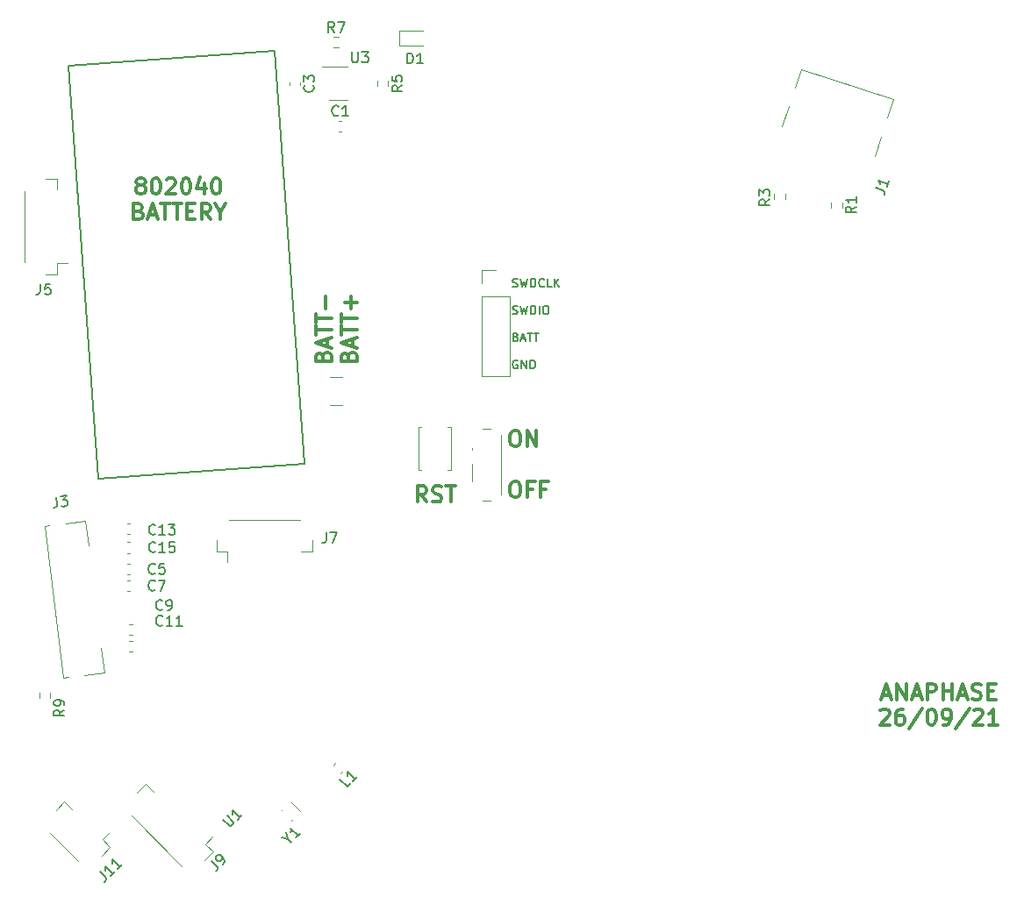
<source format=gto>
%TF.GenerationSoftware,KiCad,Pcbnew,(5.99.0-12380-gca33ec05df)*%
%TF.CreationDate,2021-09-27T09:59:53+10:00*%
%TF.ProjectId,anaphase,616e6170-6861-4736-952e-6b696361645f,rev?*%
%TF.SameCoordinates,Original*%
%TF.FileFunction,Legend,Top*%
%TF.FilePolarity,Positive*%
%FSLAX46Y46*%
G04 Gerber Fmt 4.6, Leading zero omitted, Abs format (unit mm)*
G04 Created by KiCad (PCBNEW (5.99.0-12380-gca33ec05df)) date 2021-09-27 09:59:53*
%MOMM*%
%LPD*%
G01*
G04 APERTURE LIST*
%ADD10C,0.304800*%
%ADD11C,0.200000*%
%ADD12C,0.152400*%
%ADD13C,0.150000*%
%ADD14C,0.120000*%
G04 APERTURE END LIST*
D10*
X183657142Y-111927180D02*
X184382857Y-111927180D01*
X183512000Y-112362608D02*
X184020000Y-110838608D01*
X184528000Y-112362608D01*
X185036000Y-112362608D02*
X185036000Y-110838608D01*
X185906857Y-112362608D01*
X185906857Y-110838608D01*
X186560000Y-111927180D02*
X187285714Y-111927180D01*
X186414857Y-112362608D02*
X186922857Y-110838608D01*
X187430857Y-112362608D01*
X187938857Y-112362608D02*
X187938857Y-110838608D01*
X188519428Y-110838608D01*
X188664571Y-110911180D01*
X188737142Y-110983751D01*
X188809714Y-111128894D01*
X188809714Y-111346608D01*
X188737142Y-111491751D01*
X188664571Y-111564322D01*
X188519428Y-111636894D01*
X187938857Y-111636894D01*
X189462857Y-112362608D02*
X189462857Y-110838608D01*
X189462857Y-111564322D02*
X190333714Y-111564322D01*
X190333714Y-112362608D02*
X190333714Y-110838608D01*
X190986857Y-111927180D02*
X191712571Y-111927180D01*
X190841714Y-112362608D02*
X191349714Y-110838608D01*
X191857714Y-112362608D01*
X192293142Y-112290037D02*
X192510857Y-112362608D01*
X192873714Y-112362608D01*
X193018857Y-112290037D01*
X193091428Y-112217465D01*
X193164000Y-112072322D01*
X193164000Y-111927180D01*
X193091428Y-111782037D01*
X193018857Y-111709465D01*
X192873714Y-111636894D01*
X192583428Y-111564322D01*
X192438285Y-111491751D01*
X192365714Y-111419180D01*
X192293142Y-111274037D01*
X192293142Y-111128894D01*
X192365714Y-110983751D01*
X192438285Y-110911180D01*
X192583428Y-110838608D01*
X192946285Y-110838608D01*
X193164000Y-110911180D01*
X193817142Y-111564322D02*
X194325142Y-111564322D01*
X194542857Y-112362608D02*
X193817142Y-112362608D01*
X193817142Y-110838608D01*
X194542857Y-110838608D01*
X183439428Y-113437391D02*
X183512000Y-113364820D01*
X183657142Y-113292248D01*
X184020000Y-113292248D01*
X184165142Y-113364820D01*
X184237714Y-113437391D01*
X184310285Y-113582534D01*
X184310285Y-113727677D01*
X184237714Y-113945391D01*
X183366857Y-114816248D01*
X184310285Y-114816248D01*
X185616571Y-113292248D02*
X185326285Y-113292248D01*
X185181142Y-113364820D01*
X185108571Y-113437391D01*
X184963428Y-113655105D01*
X184890857Y-113945391D01*
X184890857Y-114525962D01*
X184963428Y-114671105D01*
X185036000Y-114743677D01*
X185181142Y-114816248D01*
X185471428Y-114816248D01*
X185616571Y-114743677D01*
X185689142Y-114671105D01*
X185761714Y-114525962D01*
X185761714Y-114163105D01*
X185689142Y-114017962D01*
X185616571Y-113945391D01*
X185471428Y-113872820D01*
X185181142Y-113872820D01*
X185036000Y-113945391D01*
X184963428Y-114017962D01*
X184890857Y-114163105D01*
X187503428Y-113219677D02*
X186197142Y-115179105D01*
X188301714Y-113292248D02*
X188446857Y-113292248D01*
X188592000Y-113364820D01*
X188664571Y-113437391D01*
X188737142Y-113582534D01*
X188809714Y-113872820D01*
X188809714Y-114235677D01*
X188737142Y-114525962D01*
X188664571Y-114671105D01*
X188592000Y-114743677D01*
X188446857Y-114816248D01*
X188301714Y-114816248D01*
X188156571Y-114743677D01*
X188084000Y-114671105D01*
X188011428Y-114525962D01*
X187938857Y-114235677D01*
X187938857Y-113872820D01*
X188011428Y-113582534D01*
X188084000Y-113437391D01*
X188156571Y-113364820D01*
X188301714Y-113292248D01*
X189535428Y-114816248D02*
X189825714Y-114816248D01*
X189970857Y-114743677D01*
X190043428Y-114671105D01*
X190188571Y-114453391D01*
X190261142Y-114163105D01*
X190261142Y-113582534D01*
X190188571Y-113437391D01*
X190116000Y-113364820D01*
X189970857Y-113292248D01*
X189680571Y-113292248D01*
X189535428Y-113364820D01*
X189462857Y-113437391D01*
X189390285Y-113582534D01*
X189390285Y-113945391D01*
X189462857Y-114090534D01*
X189535428Y-114163105D01*
X189680571Y-114235677D01*
X189970857Y-114235677D01*
X190116000Y-114163105D01*
X190188571Y-114090534D01*
X190261142Y-113945391D01*
X192002857Y-113219677D02*
X190696571Y-115179105D01*
X192438285Y-113437391D02*
X192510857Y-113364820D01*
X192656000Y-113292248D01*
X193018857Y-113292248D01*
X193164000Y-113364820D01*
X193236571Y-113437391D01*
X193309142Y-113582534D01*
X193309142Y-113727677D01*
X193236571Y-113945391D01*
X192365714Y-114816248D01*
X193309142Y-114816248D01*
X194760571Y-114816248D02*
X193889714Y-114816248D01*
X194325142Y-114816248D02*
X194325142Y-113292248D01*
X194180000Y-113509962D01*
X194034857Y-113655105D01*
X193889714Y-113727677D01*
D11*
X107930429Y-91058933D02*
X127878152Y-89613811D01*
X124987906Y-49718367D02*
X105040184Y-51163490D01*
X105040184Y-51163490D02*
X107930429Y-91058933D01*
X127878152Y-89613811D02*
X124987906Y-49718367D01*
D12*
X147953879Y-72503166D02*
X148069993Y-72541871D01*
X148263517Y-72541871D01*
X148340926Y-72503166D01*
X148379631Y-72464461D01*
X148418336Y-72387052D01*
X148418336Y-72309642D01*
X148379631Y-72232233D01*
X148340926Y-72193528D01*
X148263517Y-72154823D01*
X148108698Y-72116118D01*
X148031288Y-72077414D01*
X147992583Y-72038709D01*
X147953879Y-71961299D01*
X147953879Y-71883890D01*
X147992583Y-71806480D01*
X148031288Y-71767776D01*
X148108698Y-71729071D01*
X148302221Y-71729071D01*
X148418336Y-71767776D01*
X148689269Y-71729071D02*
X148882793Y-72541871D01*
X149037612Y-71961299D01*
X149192431Y-72541871D01*
X149385955Y-71729071D01*
X149695593Y-72541871D02*
X149695593Y-71729071D01*
X149889117Y-71729071D01*
X150005231Y-71767776D01*
X150082640Y-71845185D01*
X150121345Y-71922595D01*
X150160050Y-72077414D01*
X150160050Y-72193528D01*
X150121345Y-72348347D01*
X150082640Y-72425756D01*
X150005231Y-72503166D01*
X149889117Y-72541871D01*
X149695593Y-72541871D01*
X150972850Y-72464461D02*
X150934145Y-72503166D01*
X150818031Y-72541871D01*
X150740621Y-72541871D01*
X150624507Y-72503166D01*
X150547098Y-72425756D01*
X150508393Y-72348347D01*
X150469688Y-72193528D01*
X150469688Y-72077414D01*
X150508393Y-71922595D01*
X150547098Y-71845185D01*
X150624507Y-71767776D01*
X150740621Y-71729071D01*
X150818031Y-71729071D01*
X150934145Y-71767776D01*
X150972850Y-71806480D01*
X151708240Y-72541871D02*
X151321193Y-72541871D01*
X151321193Y-71729071D01*
X151979174Y-72541871D02*
X151979174Y-71729071D01*
X152443631Y-72541871D02*
X152095288Y-72077414D01*
X152443631Y-71729071D02*
X151979174Y-72193528D01*
X147953879Y-75120382D02*
X148069993Y-75159087D01*
X148263517Y-75159087D01*
X148340926Y-75120382D01*
X148379631Y-75081677D01*
X148418336Y-75004268D01*
X148418336Y-74926858D01*
X148379631Y-74849449D01*
X148340926Y-74810744D01*
X148263517Y-74772039D01*
X148108698Y-74733334D01*
X148031288Y-74694630D01*
X147992583Y-74655925D01*
X147953879Y-74578515D01*
X147953879Y-74501106D01*
X147992583Y-74423696D01*
X148031288Y-74384992D01*
X148108698Y-74346287D01*
X148302221Y-74346287D01*
X148418336Y-74384992D01*
X148689269Y-74346287D02*
X148882793Y-75159087D01*
X149037612Y-74578515D01*
X149192431Y-75159087D01*
X149385955Y-74346287D01*
X149695593Y-75159087D02*
X149695593Y-74346287D01*
X149889117Y-74346287D01*
X150005231Y-74384992D01*
X150082640Y-74462401D01*
X150121345Y-74539811D01*
X150160050Y-74694630D01*
X150160050Y-74810744D01*
X150121345Y-74965563D01*
X150082640Y-75042972D01*
X150005231Y-75120382D01*
X149889117Y-75159087D01*
X149695593Y-75159087D01*
X150508393Y-75159087D02*
X150508393Y-74346287D01*
X151050260Y-74346287D02*
X151205079Y-74346287D01*
X151282488Y-74384992D01*
X151359898Y-74462401D01*
X151398602Y-74617220D01*
X151398602Y-74888153D01*
X151359898Y-75042972D01*
X151282488Y-75120382D01*
X151205079Y-75159087D01*
X151050260Y-75159087D01*
X150972850Y-75120382D01*
X150895440Y-75042972D01*
X150856736Y-74888153D01*
X150856736Y-74617220D01*
X150895440Y-74462401D01*
X150972850Y-74384992D01*
X151050260Y-74346287D01*
X148263517Y-77350550D02*
X148379631Y-77389255D01*
X148418336Y-77427960D01*
X148457040Y-77505369D01*
X148457040Y-77621484D01*
X148418336Y-77698893D01*
X148379631Y-77737598D01*
X148302221Y-77776303D01*
X147992583Y-77776303D01*
X147992583Y-76963503D01*
X148263517Y-76963503D01*
X148340926Y-77002208D01*
X148379631Y-77040912D01*
X148418336Y-77118322D01*
X148418336Y-77195731D01*
X148379631Y-77273141D01*
X148340926Y-77311846D01*
X148263517Y-77350550D01*
X147992583Y-77350550D01*
X148766679Y-77544074D02*
X149153726Y-77544074D01*
X148689269Y-77776303D02*
X148960202Y-76963503D01*
X149231136Y-77776303D01*
X149385955Y-76963503D02*
X149850412Y-76963503D01*
X149618183Y-77776303D02*
X149618183Y-76963503D01*
X150005231Y-76963503D02*
X150469688Y-76963503D01*
X150237460Y-77776303D02*
X150237460Y-76963503D01*
X148418336Y-79619424D02*
X148340926Y-79580719D01*
X148224812Y-79580719D01*
X148108698Y-79619424D01*
X148031288Y-79696833D01*
X147992583Y-79774243D01*
X147953879Y-79929062D01*
X147953879Y-80045176D01*
X147992583Y-80199995D01*
X148031288Y-80277404D01*
X148108698Y-80354814D01*
X148224812Y-80393519D01*
X148302221Y-80393519D01*
X148418336Y-80354814D01*
X148457040Y-80316109D01*
X148457040Y-80045176D01*
X148302221Y-80045176D01*
X148805383Y-80393519D02*
X148805383Y-79580719D01*
X149269840Y-80393519D01*
X149269840Y-79580719D01*
X149656888Y-80393519D02*
X149656888Y-79580719D01*
X149850412Y-79580719D01*
X149966526Y-79619424D01*
X150043936Y-79696833D01*
X150082640Y-79774243D01*
X150121345Y-79929062D01*
X150121345Y-80045176D01*
X150082640Y-80199995D01*
X150043936Y-80277404D01*
X149966526Y-80354814D01*
X149850412Y-80393519D01*
X149656888Y-80393519D01*
D10*
X148051262Y-86411788D02*
X148341548Y-86411788D01*
X148486691Y-86484360D01*
X148631834Y-86629502D01*
X148704405Y-86919788D01*
X148704405Y-87427788D01*
X148631834Y-87718074D01*
X148486691Y-87863217D01*
X148341548Y-87935788D01*
X148051262Y-87935788D01*
X147906120Y-87863217D01*
X147760977Y-87718074D01*
X147688405Y-87427788D01*
X147688405Y-86919788D01*
X147760977Y-86629502D01*
X147906120Y-86484360D01*
X148051262Y-86411788D01*
X149357548Y-87935788D02*
X149357548Y-86411788D01*
X150228405Y-87935788D01*
X150228405Y-86411788D01*
X148051262Y-91319068D02*
X148341548Y-91319068D01*
X148486691Y-91391640D01*
X148631834Y-91536782D01*
X148704405Y-91827068D01*
X148704405Y-92335068D01*
X148631834Y-92625354D01*
X148486691Y-92770497D01*
X148341548Y-92843068D01*
X148051262Y-92843068D01*
X147906120Y-92770497D01*
X147760977Y-92625354D01*
X147688405Y-92335068D01*
X147688405Y-91827068D01*
X147760977Y-91536782D01*
X147906120Y-91391640D01*
X148051262Y-91319068D01*
X149865548Y-92044782D02*
X149357548Y-92044782D01*
X149357548Y-92843068D02*
X149357548Y-91319068D01*
X150083262Y-91319068D01*
X151171834Y-92044782D02*
X150663834Y-92044782D01*
X150663834Y-92843068D02*
X150663834Y-91319068D01*
X151389548Y-91319068D01*
X111926285Y-62691751D02*
X111781142Y-62619180D01*
X111708571Y-62546608D01*
X111636000Y-62401465D01*
X111636000Y-62328894D01*
X111708571Y-62183751D01*
X111781142Y-62111180D01*
X111926285Y-62038608D01*
X112216571Y-62038608D01*
X112361714Y-62111180D01*
X112434285Y-62183751D01*
X112506857Y-62328894D01*
X112506857Y-62401465D01*
X112434285Y-62546608D01*
X112361714Y-62619180D01*
X112216571Y-62691751D01*
X111926285Y-62691751D01*
X111781142Y-62764322D01*
X111708571Y-62836894D01*
X111636000Y-62982037D01*
X111636000Y-63272322D01*
X111708571Y-63417465D01*
X111781142Y-63490037D01*
X111926285Y-63562608D01*
X112216571Y-63562608D01*
X112361714Y-63490037D01*
X112434285Y-63417465D01*
X112506857Y-63272322D01*
X112506857Y-62982037D01*
X112434285Y-62836894D01*
X112361714Y-62764322D01*
X112216571Y-62691751D01*
X113450285Y-62038608D02*
X113595428Y-62038608D01*
X113740571Y-62111180D01*
X113813142Y-62183751D01*
X113885714Y-62328894D01*
X113958285Y-62619180D01*
X113958285Y-62982037D01*
X113885714Y-63272322D01*
X113813142Y-63417465D01*
X113740571Y-63490037D01*
X113595428Y-63562608D01*
X113450285Y-63562608D01*
X113305142Y-63490037D01*
X113232571Y-63417465D01*
X113160000Y-63272322D01*
X113087428Y-62982037D01*
X113087428Y-62619180D01*
X113160000Y-62328894D01*
X113232571Y-62183751D01*
X113305142Y-62111180D01*
X113450285Y-62038608D01*
X114538857Y-62183751D02*
X114611428Y-62111180D01*
X114756571Y-62038608D01*
X115119428Y-62038608D01*
X115264571Y-62111180D01*
X115337142Y-62183751D01*
X115409714Y-62328894D01*
X115409714Y-62474037D01*
X115337142Y-62691751D01*
X114466285Y-63562608D01*
X115409714Y-63562608D01*
X116353142Y-62038608D02*
X116498285Y-62038608D01*
X116643428Y-62111180D01*
X116716000Y-62183751D01*
X116788571Y-62328894D01*
X116861142Y-62619180D01*
X116861142Y-62982037D01*
X116788571Y-63272322D01*
X116716000Y-63417465D01*
X116643428Y-63490037D01*
X116498285Y-63562608D01*
X116353142Y-63562608D01*
X116208000Y-63490037D01*
X116135428Y-63417465D01*
X116062857Y-63272322D01*
X115990285Y-62982037D01*
X115990285Y-62619180D01*
X116062857Y-62328894D01*
X116135428Y-62183751D01*
X116208000Y-62111180D01*
X116353142Y-62038608D01*
X118167428Y-62546608D02*
X118167428Y-63562608D01*
X117804571Y-61966037D02*
X117441714Y-63054608D01*
X118385142Y-63054608D01*
X119256000Y-62038608D02*
X119401142Y-62038608D01*
X119546285Y-62111180D01*
X119618857Y-62183751D01*
X119691428Y-62328894D01*
X119764000Y-62619180D01*
X119764000Y-62982037D01*
X119691428Y-63272322D01*
X119618857Y-63417465D01*
X119546285Y-63490037D01*
X119401142Y-63562608D01*
X119256000Y-63562608D01*
X119110857Y-63490037D01*
X119038285Y-63417465D01*
X118965714Y-63272322D01*
X118893142Y-62982037D01*
X118893142Y-62619180D01*
X118965714Y-62328894D01*
X119038285Y-62183751D01*
X119110857Y-62111180D01*
X119256000Y-62038608D01*
X111890000Y-65217962D02*
X112107714Y-65290534D01*
X112180285Y-65363105D01*
X112252857Y-65508248D01*
X112252857Y-65725962D01*
X112180285Y-65871105D01*
X112107714Y-65943677D01*
X111962571Y-66016248D01*
X111382000Y-66016248D01*
X111382000Y-64492248D01*
X111890000Y-64492248D01*
X112035142Y-64564820D01*
X112107714Y-64637391D01*
X112180285Y-64782534D01*
X112180285Y-64927677D01*
X112107714Y-65072820D01*
X112035142Y-65145391D01*
X111890000Y-65217962D01*
X111382000Y-65217962D01*
X112833428Y-65580820D02*
X113559142Y-65580820D01*
X112688285Y-66016248D02*
X113196285Y-64492248D01*
X113704285Y-66016248D01*
X113994571Y-64492248D02*
X114865428Y-64492248D01*
X114430000Y-66016248D02*
X114430000Y-64492248D01*
X115155714Y-64492248D02*
X116026571Y-64492248D01*
X115591142Y-66016248D02*
X115591142Y-64492248D01*
X116534571Y-65217962D02*
X117042571Y-65217962D01*
X117260285Y-66016248D02*
X116534571Y-66016248D01*
X116534571Y-64492248D01*
X117260285Y-64492248D01*
X118784285Y-66016248D02*
X118276285Y-65290534D01*
X117913428Y-66016248D02*
X117913428Y-64492248D01*
X118494000Y-64492248D01*
X118639142Y-64564820D01*
X118711714Y-64637391D01*
X118784285Y-64782534D01*
X118784285Y-65000248D01*
X118711714Y-65145391D01*
X118639142Y-65217962D01*
X118494000Y-65290534D01*
X117913428Y-65290534D01*
X119727714Y-65290534D02*
X119727714Y-66016248D01*
X119219714Y-64492248D02*
X119727714Y-65290534D01*
X120235714Y-64492248D01*
X129664322Y-79231022D02*
X129736894Y-79013308D01*
X129809465Y-78940737D01*
X129954608Y-78868165D01*
X130172322Y-78868165D01*
X130317465Y-78940737D01*
X130390037Y-79013308D01*
X130462608Y-79158451D01*
X130462608Y-79739022D01*
X128938608Y-79739022D01*
X128938608Y-79231022D01*
X129011180Y-79085880D01*
X129083751Y-79013308D01*
X129228894Y-78940737D01*
X129374037Y-78940737D01*
X129519180Y-79013308D01*
X129591751Y-79085880D01*
X129664322Y-79231022D01*
X129664322Y-79739022D01*
X130027180Y-78287594D02*
X130027180Y-77561880D01*
X130462608Y-78432737D02*
X128938608Y-77924737D01*
X130462608Y-77416737D01*
X128938608Y-77126451D02*
X128938608Y-76255594D01*
X130462608Y-76691022D02*
X128938608Y-76691022D01*
X128938608Y-75965308D02*
X128938608Y-75094451D01*
X130462608Y-75529880D02*
X128938608Y-75529880D01*
X129882037Y-74586451D02*
X129882037Y-73425308D01*
X132117962Y-79231022D02*
X132190534Y-79013308D01*
X132263105Y-78940737D01*
X132408248Y-78868165D01*
X132625962Y-78868165D01*
X132771105Y-78940737D01*
X132843677Y-79013308D01*
X132916248Y-79158451D01*
X132916248Y-79739022D01*
X131392248Y-79739022D01*
X131392248Y-79231022D01*
X131464820Y-79085880D01*
X131537391Y-79013308D01*
X131682534Y-78940737D01*
X131827677Y-78940737D01*
X131972820Y-79013308D01*
X132045391Y-79085880D01*
X132117962Y-79231022D01*
X132117962Y-79739022D01*
X132480820Y-78287594D02*
X132480820Y-77561880D01*
X132916248Y-78432737D02*
X131392248Y-77924737D01*
X132916248Y-77416737D01*
X131392248Y-77126451D02*
X131392248Y-76255594D01*
X132916248Y-76691022D02*
X131392248Y-76691022D01*
X131392248Y-75965308D02*
X131392248Y-75094451D01*
X132916248Y-75529880D02*
X131392248Y-75529880D01*
X132335677Y-74586451D02*
X132335677Y-73425308D01*
X132916248Y-74005880D02*
X131755105Y-74005880D01*
X139631834Y-93289428D02*
X139123834Y-92563714D01*
X138760977Y-93289428D02*
X138760977Y-91765428D01*
X139341548Y-91765428D01*
X139486691Y-91838000D01*
X139559262Y-91910571D01*
X139631834Y-92055714D01*
X139631834Y-92273428D01*
X139559262Y-92418571D01*
X139486691Y-92491142D01*
X139341548Y-92563714D01*
X138760977Y-92563714D01*
X140212405Y-93216857D02*
X140430120Y-93289428D01*
X140792977Y-93289428D01*
X140938120Y-93216857D01*
X141010691Y-93144285D01*
X141083262Y-92999142D01*
X141083262Y-92854000D01*
X141010691Y-92708857D01*
X140938120Y-92636285D01*
X140792977Y-92563714D01*
X140502691Y-92491142D01*
X140357548Y-92418571D01*
X140284977Y-92346000D01*
X140212405Y-92200857D01*
X140212405Y-92055714D01*
X140284977Y-91910571D01*
X140357548Y-91838000D01*
X140502691Y-91765428D01*
X140865548Y-91765428D01*
X141083262Y-91838000D01*
X141518691Y-91765428D02*
X142389548Y-91765428D01*
X141954120Y-93289428D02*
X141954120Y-91765428D01*
D13*
%TO.C,C3*%
X128687142Y-53066666D02*
X128734761Y-53114285D01*
X128782380Y-53257142D01*
X128782380Y-53352380D01*
X128734761Y-53495238D01*
X128639523Y-53590476D01*
X128544285Y-53638095D01*
X128353809Y-53685714D01*
X128210952Y-53685714D01*
X128020476Y-53638095D01*
X127925238Y-53590476D01*
X127830000Y-53495238D01*
X127782380Y-53352380D01*
X127782380Y-53257142D01*
X127830000Y-53114285D01*
X127877619Y-53066666D01*
X127782380Y-52733333D02*
X127782380Y-52114285D01*
X128163333Y-52447619D01*
X128163333Y-52304761D01*
X128210952Y-52209523D01*
X128258571Y-52161904D01*
X128353809Y-52114285D01*
X128591904Y-52114285D01*
X128687142Y-52161904D01*
X128734761Y-52209523D01*
X128782380Y-52304761D01*
X128782380Y-52590476D01*
X128734761Y-52685714D01*
X128687142Y-52733333D01*
%TO.C,J7*%
X129966666Y-96252380D02*
X129966666Y-96966666D01*
X129919047Y-97109523D01*
X129823809Y-97204761D01*
X129680952Y-97252380D01*
X129585714Y-97252380D01*
X130347619Y-96252380D02*
X131014285Y-96252380D01*
X130585714Y-97252380D01*
%TO.C,C1*%
X131133333Y-55927142D02*
X131085714Y-55974761D01*
X130942857Y-56022380D01*
X130847619Y-56022380D01*
X130704761Y-55974761D01*
X130609523Y-55879523D01*
X130561904Y-55784285D01*
X130514285Y-55593809D01*
X130514285Y-55450952D01*
X130561904Y-55260476D01*
X130609523Y-55165238D01*
X130704761Y-55070000D01*
X130847619Y-55022380D01*
X130942857Y-55022380D01*
X131085714Y-55070000D01*
X131133333Y-55117619D01*
X132085714Y-56022380D02*
X131514285Y-56022380D01*
X131800000Y-56022380D02*
X131800000Y-55022380D01*
X131704761Y-55165238D01*
X131609523Y-55260476D01*
X131514285Y-55308095D01*
%TO.C,C13*%
X113457142Y-96357142D02*
X113409523Y-96404761D01*
X113266666Y-96452380D01*
X113171428Y-96452380D01*
X113028571Y-96404761D01*
X112933333Y-96309523D01*
X112885714Y-96214285D01*
X112838095Y-96023809D01*
X112838095Y-95880952D01*
X112885714Y-95690476D01*
X112933333Y-95595238D01*
X113028571Y-95500000D01*
X113171428Y-95452380D01*
X113266666Y-95452380D01*
X113409523Y-95500000D01*
X113457142Y-95547619D01*
X114409523Y-96452380D02*
X113838095Y-96452380D01*
X114123809Y-96452380D02*
X114123809Y-95452380D01*
X114028571Y-95595238D01*
X113933333Y-95690476D01*
X113838095Y-95738095D01*
X114742857Y-95452380D02*
X115361904Y-95452380D01*
X115028571Y-95833333D01*
X115171428Y-95833333D01*
X115266666Y-95880952D01*
X115314285Y-95928571D01*
X115361904Y-96023809D01*
X115361904Y-96261904D01*
X115314285Y-96357142D01*
X115266666Y-96404761D01*
X115171428Y-96452380D01*
X114885714Y-96452380D01*
X114790476Y-96404761D01*
X114742857Y-96357142D01*
%TO.C,D1*%
X137761904Y-50952380D02*
X137761904Y-49952380D01*
X138000000Y-49952380D01*
X138142857Y-50000000D01*
X138238095Y-50095238D01*
X138285714Y-50190476D01*
X138333333Y-50380952D01*
X138333333Y-50523809D01*
X138285714Y-50714285D01*
X138238095Y-50809523D01*
X138142857Y-50904761D01*
X138000000Y-50952380D01*
X137761904Y-50952380D01*
X139285714Y-50952380D02*
X138714285Y-50952380D01*
X139000000Y-50952380D02*
X139000000Y-49952380D01*
X138904761Y-50095238D01*
X138809523Y-50190476D01*
X138714285Y-50238095D01*
%TO.C,J5*%
X102366666Y-72252380D02*
X102366666Y-72966666D01*
X102319047Y-73109523D01*
X102223809Y-73204761D01*
X102080952Y-73252380D01*
X101985714Y-73252380D01*
X103319047Y-72252380D02*
X102842857Y-72252380D01*
X102795238Y-72728571D01*
X102842857Y-72680952D01*
X102938095Y-72633333D01*
X103176190Y-72633333D01*
X103271428Y-72680952D01*
X103319047Y-72728571D01*
X103366666Y-72823809D01*
X103366666Y-73061904D01*
X103319047Y-73157142D01*
X103271428Y-73204761D01*
X103176190Y-73252380D01*
X102938095Y-73252380D01*
X102842857Y-73204761D01*
X102795238Y-73157142D01*
%TO.C,R9*%
X104682380Y-113366666D02*
X104206190Y-113700000D01*
X104682380Y-113938095D02*
X103682380Y-113938095D01*
X103682380Y-113557142D01*
X103730000Y-113461904D01*
X103777619Y-113414285D01*
X103872857Y-113366666D01*
X104015714Y-113366666D01*
X104110952Y-113414285D01*
X104158571Y-113461904D01*
X104206190Y-113557142D01*
X104206190Y-113938095D01*
X104682380Y-112890476D02*
X104682380Y-112700000D01*
X104634761Y-112604761D01*
X104587142Y-112557142D01*
X104444285Y-112461904D01*
X104253809Y-112414285D01*
X103872857Y-112414285D01*
X103777619Y-112461904D01*
X103730000Y-112509523D01*
X103682380Y-112604761D01*
X103682380Y-112795238D01*
X103730000Y-112890476D01*
X103777619Y-112938095D01*
X103872857Y-112985714D01*
X104110952Y-112985714D01*
X104206190Y-112938095D01*
X104253809Y-112890476D01*
X104301428Y-112795238D01*
X104301428Y-112604761D01*
X104253809Y-112509523D01*
X104206190Y-112461904D01*
X104110952Y-112414285D01*
%TO.C,R5*%
X137282380Y-53066666D02*
X136806190Y-53400000D01*
X137282380Y-53638095D02*
X136282380Y-53638095D01*
X136282380Y-53257142D01*
X136330000Y-53161904D01*
X136377619Y-53114285D01*
X136472857Y-53066666D01*
X136615714Y-53066666D01*
X136710952Y-53114285D01*
X136758571Y-53161904D01*
X136806190Y-53257142D01*
X136806190Y-53638095D01*
X136282380Y-52161904D02*
X136282380Y-52638095D01*
X136758571Y-52685714D01*
X136710952Y-52638095D01*
X136663333Y-52542857D01*
X136663333Y-52304761D01*
X136710952Y-52209523D01*
X136758571Y-52161904D01*
X136853809Y-52114285D01*
X137091904Y-52114285D01*
X137187142Y-52161904D01*
X137234761Y-52209523D01*
X137282380Y-52304761D01*
X137282380Y-52542857D01*
X137234761Y-52638095D01*
X137187142Y-52685714D01*
%TO.C,U1*%
X119974026Y-123951522D02*
X120546446Y-124523942D01*
X120647461Y-124557614D01*
X120714805Y-124557614D01*
X120815820Y-124523942D01*
X120950507Y-124389255D01*
X120984179Y-124288240D01*
X120984179Y-124220896D01*
X120950507Y-124119881D01*
X120378087Y-123547461D01*
X121792301Y-123547461D02*
X121388240Y-123951522D01*
X121590270Y-123749492D02*
X120883164Y-123042385D01*
X120916835Y-123210744D01*
X120916835Y-123345431D01*
X120883164Y-123446446D01*
%TO.C,R3*%
X172752380Y-64066666D02*
X172276190Y-64400000D01*
X172752380Y-64638095D02*
X171752380Y-64638095D01*
X171752380Y-64257142D01*
X171800000Y-64161904D01*
X171847619Y-64114285D01*
X171942857Y-64066666D01*
X172085714Y-64066666D01*
X172180952Y-64114285D01*
X172228571Y-64161904D01*
X172276190Y-64257142D01*
X172276190Y-64638095D01*
X171752380Y-63733333D02*
X171752380Y-63114285D01*
X172133333Y-63447619D01*
X172133333Y-63304761D01*
X172180952Y-63209523D01*
X172228571Y-63161904D01*
X172323809Y-63114285D01*
X172561904Y-63114285D01*
X172657142Y-63161904D01*
X172704761Y-63209523D01*
X172752380Y-63304761D01*
X172752380Y-63590476D01*
X172704761Y-63685714D01*
X172657142Y-63733333D01*
%TO.C,C7*%
X113433333Y-101757142D02*
X113385714Y-101804761D01*
X113242857Y-101852380D01*
X113147619Y-101852380D01*
X113004761Y-101804761D01*
X112909523Y-101709523D01*
X112861904Y-101614285D01*
X112814285Y-101423809D01*
X112814285Y-101280952D01*
X112861904Y-101090476D01*
X112909523Y-100995238D01*
X113004761Y-100900000D01*
X113147619Y-100852380D01*
X113242857Y-100852380D01*
X113385714Y-100900000D01*
X113433333Y-100947619D01*
X113766666Y-100852380D02*
X114433333Y-100852380D01*
X114004761Y-101852380D01*
%TO.C,J3*%
X103902413Y-92797085D02*
X103989462Y-93506047D01*
X103959608Y-93653643D01*
X103876687Y-93759777D01*
X103740698Y-93824451D01*
X103646169Y-93836058D01*
X104280526Y-92750659D02*
X104894959Y-92675216D01*
X104610537Y-93093952D01*
X104752329Y-93076542D01*
X104852660Y-93112200D01*
X104905728Y-93153660D01*
X104964599Y-93242385D01*
X104993615Y-93478706D01*
X104957958Y-93579037D01*
X104916497Y-93632105D01*
X104827772Y-93690975D01*
X104544187Y-93725795D01*
X104443856Y-93690138D01*
X104390788Y-93648677D01*
%TO.C,C15*%
X113457142Y-98057142D02*
X113409523Y-98104761D01*
X113266666Y-98152380D01*
X113171428Y-98152380D01*
X113028571Y-98104761D01*
X112933333Y-98009523D01*
X112885714Y-97914285D01*
X112838095Y-97723809D01*
X112838095Y-97580952D01*
X112885714Y-97390476D01*
X112933333Y-97295238D01*
X113028571Y-97200000D01*
X113171428Y-97152380D01*
X113266666Y-97152380D01*
X113409523Y-97200000D01*
X113457142Y-97247619D01*
X114409523Y-98152380D02*
X113838095Y-98152380D01*
X114123809Y-98152380D02*
X114123809Y-97152380D01*
X114028571Y-97295238D01*
X113933333Y-97390476D01*
X113838095Y-97438095D01*
X115314285Y-97152380D02*
X114838095Y-97152380D01*
X114790476Y-97628571D01*
X114838095Y-97580952D01*
X114933333Y-97533333D01*
X115171428Y-97533333D01*
X115266666Y-97580952D01*
X115314285Y-97628571D01*
X115361904Y-97723809D01*
X115361904Y-97961904D01*
X115314285Y-98057142D01*
X115266666Y-98104761D01*
X115171428Y-98152380D01*
X114933333Y-98152380D01*
X114838095Y-98104761D01*
X114790476Y-98057142D01*
%TO.C,J1*%
X182976177Y-62947795D02*
X183655503Y-63168521D01*
X183776653Y-63257955D01*
X183837800Y-63377962D01*
X183838943Y-63528542D01*
X183809513Y-63619119D01*
X184236251Y-62305755D02*
X184059670Y-62849216D01*
X184147960Y-62577486D02*
X183196904Y-62268469D01*
X183303339Y-62403191D01*
X183364485Y-62523198D01*
X183380343Y-62628490D01*
%TO.C,J11*%
X108140355Y-128985194D02*
X108645431Y-129490270D01*
X108712774Y-129624957D01*
X108712774Y-129759644D01*
X108645431Y-129894331D01*
X108578087Y-129961675D01*
X109554568Y-128985194D02*
X109150507Y-129389255D01*
X109352538Y-129187225D02*
X108645431Y-128480118D01*
X108679103Y-128648477D01*
X108679103Y-128783164D01*
X108645431Y-128884179D01*
X110228003Y-128311759D02*
X109823942Y-128715820D01*
X110025973Y-128513790D02*
X109318866Y-127806683D01*
X109352538Y-127975042D01*
X109352538Y-128109729D01*
X109318866Y-128210744D01*
%TO.C,C9*%
X114133333Y-103657142D02*
X114085714Y-103704761D01*
X113942857Y-103752380D01*
X113847619Y-103752380D01*
X113704761Y-103704761D01*
X113609523Y-103609523D01*
X113561904Y-103514285D01*
X113514285Y-103323809D01*
X113514285Y-103180952D01*
X113561904Y-102990476D01*
X113609523Y-102895238D01*
X113704761Y-102800000D01*
X113847619Y-102752380D01*
X113942857Y-102752380D01*
X114085714Y-102800000D01*
X114133333Y-102847619D01*
X114609523Y-103752380D02*
X114800000Y-103752380D01*
X114895238Y-103704761D01*
X114942857Y-103657142D01*
X115038095Y-103514285D01*
X115085714Y-103323809D01*
X115085714Y-102942857D01*
X115038095Y-102847619D01*
X114990476Y-102800000D01*
X114895238Y-102752380D01*
X114704761Y-102752380D01*
X114609523Y-102800000D01*
X114561904Y-102847619D01*
X114514285Y-102942857D01*
X114514285Y-103180952D01*
X114561904Y-103276190D01*
X114609523Y-103323809D01*
X114704761Y-103371428D01*
X114895238Y-103371428D01*
X114990476Y-103323809D01*
X115038095Y-103276190D01*
X115085714Y-103180952D01*
%TO.C,J9*%
X118877072Y-127948477D02*
X119382148Y-128453553D01*
X119449492Y-128588240D01*
X119449492Y-128722927D01*
X119382148Y-128857614D01*
X119314805Y-128924957D01*
X119954568Y-128285194D02*
X120089255Y-128150507D01*
X120122927Y-128049492D01*
X120122927Y-127982148D01*
X120089255Y-127813790D01*
X119988240Y-127645431D01*
X119718866Y-127376057D01*
X119617851Y-127342385D01*
X119550507Y-127342385D01*
X119449492Y-127376057D01*
X119314805Y-127510744D01*
X119281133Y-127611759D01*
X119281133Y-127679103D01*
X119314805Y-127780118D01*
X119483164Y-127948477D01*
X119584179Y-127982148D01*
X119651522Y-127982148D01*
X119752538Y-127948477D01*
X119887225Y-127813790D01*
X119920896Y-127712774D01*
X119920896Y-127645431D01*
X119887225Y-127544416D01*
%TO.C,Y1*%
X126246446Y-125819881D02*
X126583164Y-126156599D01*
X125640355Y-125685194D02*
X126246446Y-125819881D01*
X126111759Y-125213790D01*
X127424957Y-125314805D02*
X127020896Y-125718866D01*
X127222927Y-125516835D02*
X126515820Y-124809729D01*
X126549492Y-124978087D01*
X126549492Y-125112774D01*
X126515820Y-125213790D01*
%TO.C,U3*%
X132438095Y-49852380D02*
X132438095Y-50661904D01*
X132485714Y-50757142D01*
X132533333Y-50804761D01*
X132628571Y-50852380D01*
X132819047Y-50852380D01*
X132914285Y-50804761D01*
X132961904Y-50757142D01*
X133009523Y-50661904D01*
X133009523Y-49852380D01*
X133390476Y-49852380D02*
X134009523Y-49852380D01*
X133676190Y-50233333D01*
X133819047Y-50233333D01*
X133914285Y-50280952D01*
X133961904Y-50328571D01*
X134009523Y-50423809D01*
X134009523Y-50661904D01*
X133961904Y-50757142D01*
X133914285Y-50804761D01*
X133819047Y-50852380D01*
X133533333Y-50852380D01*
X133438095Y-50804761D01*
X133390476Y-50757142D01*
%TO.C,C11*%
X114157142Y-105157142D02*
X114109523Y-105204761D01*
X113966666Y-105252380D01*
X113871428Y-105252380D01*
X113728571Y-105204761D01*
X113633333Y-105109523D01*
X113585714Y-105014285D01*
X113538095Y-104823809D01*
X113538095Y-104680952D01*
X113585714Y-104490476D01*
X113633333Y-104395238D01*
X113728571Y-104300000D01*
X113871428Y-104252380D01*
X113966666Y-104252380D01*
X114109523Y-104300000D01*
X114157142Y-104347619D01*
X115109523Y-105252380D02*
X114538095Y-105252380D01*
X114823809Y-105252380D02*
X114823809Y-104252380D01*
X114728571Y-104395238D01*
X114633333Y-104490476D01*
X114538095Y-104538095D01*
X116061904Y-105252380D02*
X115490476Y-105252380D01*
X115776190Y-105252380D02*
X115776190Y-104252380D01*
X115680952Y-104395238D01*
X115585714Y-104490476D01*
X115490476Y-104538095D01*
%TO.C,R7*%
X130733333Y-47952380D02*
X130400000Y-47476190D01*
X130161904Y-47952380D02*
X130161904Y-46952380D01*
X130542857Y-46952380D01*
X130638095Y-47000000D01*
X130685714Y-47047619D01*
X130733333Y-47142857D01*
X130733333Y-47285714D01*
X130685714Y-47380952D01*
X130638095Y-47428571D01*
X130542857Y-47476190D01*
X130161904Y-47476190D01*
X131066666Y-46952380D02*
X131733333Y-46952380D01*
X131304761Y-47952380D01*
%TO.C,R1*%
X181082380Y-64766666D02*
X180606190Y-65100000D01*
X181082380Y-65338095D02*
X180082380Y-65338095D01*
X180082380Y-64957142D01*
X180130000Y-64861904D01*
X180177619Y-64814285D01*
X180272857Y-64766666D01*
X180415714Y-64766666D01*
X180510952Y-64814285D01*
X180558571Y-64861904D01*
X180606190Y-64957142D01*
X180606190Y-65338095D01*
X181082380Y-63814285D02*
X181082380Y-64385714D01*
X181082380Y-64100000D02*
X180082380Y-64100000D01*
X180225238Y-64195238D01*
X180320476Y-64290476D01*
X180368095Y-64385714D01*
%TO.C,C5*%
X113433333Y-100157142D02*
X113385714Y-100204761D01*
X113242857Y-100252380D01*
X113147619Y-100252380D01*
X113004761Y-100204761D01*
X112909523Y-100109523D01*
X112861904Y-100014285D01*
X112814285Y-99823809D01*
X112814285Y-99680952D01*
X112861904Y-99490476D01*
X112909523Y-99395238D01*
X113004761Y-99300000D01*
X113147619Y-99252380D01*
X113242857Y-99252380D01*
X113385714Y-99300000D01*
X113433333Y-99347619D01*
X114338095Y-99252380D02*
X113861904Y-99252380D01*
X113814285Y-99728571D01*
X113861904Y-99680952D01*
X113957142Y-99633333D01*
X114195238Y-99633333D01*
X114290476Y-99680952D01*
X114338095Y-99728571D01*
X114385714Y-99823809D01*
X114385714Y-100061904D01*
X114338095Y-100157142D01*
X114290476Y-100204761D01*
X114195238Y-100252380D01*
X113957142Y-100252380D01*
X113861904Y-100204761D01*
X113814285Y-100157142D01*
%TO.C,L1*%
X132313193Y-120448895D02*
X131976475Y-120785613D01*
X131269369Y-120078506D01*
X132919285Y-119842804D02*
X132515224Y-120246865D01*
X132717254Y-120044834D02*
X132010147Y-119337727D01*
X132043819Y-119506086D01*
X132043819Y-119640773D01*
X132010147Y-119741788D01*
D14*
%TO.C,C3*%
X127410000Y-52753733D02*
X127410000Y-53046267D01*
X126390000Y-52753733D02*
X126390000Y-53046267D01*
%TO.C,SW4*%
X141670000Y-86030000D02*
X141970000Y-86030000D01*
X141970000Y-86030000D02*
X141970000Y-90170000D01*
X138830000Y-86030000D02*
X139130000Y-86030000D01*
X141970000Y-90170000D02*
X141670000Y-90170000D01*
X139130000Y-90170000D02*
X138830000Y-90170000D01*
X138830000Y-90170000D02*
X138830000Y-86030000D01*
%TO.C,J7*%
X128610000Y-98110000D02*
X127560000Y-98110000D01*
X119390000Y-96960000D02*
X119390000Y-98110000D01*
X120440000Y-98110000D02*
X120440000Y-99100000D01*
X119390000Y-98110000D02*
X120440000Y-98110000D01*
X120560000Y-94990000D02*
X127440000Y-94990000D01*
X128610000Y-96960000D02*
X128610000Y-98110000D01*
%TO.C,J15*%
X131502064Y-81240000D02*
X130297936Y-81240000D01*
X131502064Y-83960000D02*
X130297936Y-83960000D01*
%TO.C,C1*%
X131153733Y-57510000D02*
X131446267Y-57510000D01*
X131153733Y-56490000D02*
X131446267Y-56490000D01*
%TO.C,C13*%
X110753733Y-96410000D02*
X111046267Y-96410000D01*
X110753733Y-95390000D02*
X111046267Y-95390000D01*
%TO.C,D1*%
X137015000Y-47765000D02*
X137015000Y-49235000D01*
X137015000Y-49235000D02*
X139300000Y-49235000D01*
X139300000Y-47765000D02*
X137015000Y-47765000D01*
%TO.C,J5*%
X104010000Y-70260000D02*
X105000000Y-70260000D01*
X100890000Y-70140000D02*
X100890000Y-63260000D01*
X102860000Y-71310000D02*
X104010000Y-71310000D01*
X104010000Y-62090000D02*
X104010000Y-63140000D01*
X102860000Y-62090000D02*
X104010000Y-62090000D01*
X104010000Y-71310000D02*
X104010000Y-70260000D01*
%TO.C,R9*%
X103322500Y-111745276D02*
X103322500Y-112254724D01*
X102277500Y-111745276D02*
X102277500Y-112254724D01*
%TO.C,R5*%
X135922500Y-52645276D02*
X135922500Y-53154724D01*
X134877500Y-52645276D02*
X134877500Y-53154724D01*
%TO.C,R3*%
X174222500Y-63545276D02*
X174222500Y-64054724D01*
X173177500Y-63545276D02*
X173177500Y-64054724D01*
%TO.C,C7*%
X111046267Y-101910000D02*
X110753733Y-101910000D01*
X111046267Y-100890000D02*
X110753733Y-100890000D01*
%TO.C,J3*%
X102757982Y-95592636D02*
X103254255Y-95531701D01*
X106645995Y-110026393D02*
X108521908Y-109796060D01*
X106728167Y-95105158D02*
X107020653Y-97487269D01*
X104842329Y-95336710D02*
X106718241Y-95106377D01*
X104561649Y-110282319D02*
X105057922Y-110221384D01*
X102757982Y-95592636D02*
X104561649Y-110282319D01*
X108531833Y-109794842D02*
X108239347Y-107412731D01*
%TO.C,C15*%
X110753733Y-97190000D02*
X111046267Y-97190000D01*
X110753733Y-98210000D02*
X111046267Y-98210000D01*
%TO.C,J1*%
X184685132Y-54393259D02*
X175745201Y-51488500D01*
X184098000Y-56200267D02*
X184685132Y-54393259D01*
X175158068Y-53295507D02*
X175745201Y-51488500D01*
X173952902Y-57004628D02*
X174570936Y-55102514D01*
X182892833Y-59909387D02*
X183510867Y-58007274D01*
%TO.C,J11*%
X109083991Y-126614214D02*
X108341528Y-125871751D01*
X103872614Y-123029182D02*
X104685786Y-122216009D01*
X108270818Y-127427386D02*
X109083991Y-126614214D01*
X106050503Y-127993072D02*
X103306928Y-125249497D01*
X108341528Y-125871751D02*
X109041564Y-125171716D01*
X104685786Y-122216009D02*
X105428249Y-122958472D01*
%TO.C,C9*%
X111246267Y-105090000D02*
X110953733Y-105090000D01*
X111246267Y-106110000D02*
X110953733Y-106110000D01*
%TO.C,J9*%
X118302189Y-126332412D02*
X119002224Y-125632376D01*
X119044651Y-127074874D02*
X118302189Y-126332412D01*
X116011163Y-128453732D02*
X111146268Y-123588837D01*
X111711953Y-121368522D02*
X112525126Y-120555349D01*
X118231478Y-127888047D02*
X119044651Y-127074874D01*
X112525126Y-120555349D02*
X113267588Y-121297811D01*
%TO.C,Y1*%
X126765685Y-123924264D02*
X126624264Y-124065685D01*
X127402082Y-123146447D02*
X126553553Y-122297918D01*
X125775736Y-122934315D02*
X125634315Y-123075736D01*
%TO.C,U3*%
X132000000Y-51290000D02*
X129550000Y-51290000D01*
X130200000Y-54510000D02*
X132000000Y-54510000D01*
%TO.C,SW2*%
X144005000Y-91300000D02*
X144005000Y-89600000D01*
X146855000Y-92550000D02*
X146855000Y-86850000D01*
X144005000Y-88300000D02*
X144005000Y-88100000D01*
X145055000Y-93150000D02*
X145845000Y-93150000D01*
X145845000Y-86250000D02*
X145055000Y-86250000D01*
%TO.C,J13*%
X144970000Y-72200000D02*
X144970000Y-70870000D01*
X144970000Y-70870000D02*
X146300000Y-70870000D01*
X147630000Y-73470000D02*
X147630000Y-81150000D01*
X144970000Y-73470000D02*
X147630000Y-73470000D01*
X144970000Y-73470000D02*
X144970000Y-81150000D01*
X144970000Y-81150000D02*
X147630000Y-81150000D01*
%TO.C,C11*%
X111246267Y-106690000D02*
X110953733Y-106690000D01*
X111246267Y-107710000D02*
X110953733Y-107710000D01*
%TO.C,R7*%
X130645276Y-49422500D02*
X131154724Y-49422500D01*
X130645276Y-48377500D02*
X131154724Y-48377500D01*
%TO.C,R1*%
X179722500Y-64345276D02*
X179722500Y-64854724D01*
X178677500Y-64345276D02*
X178677500Y-64854724D01*
%TO.C,C5*%
X111046267Y-100310000D02*
X110753733Y-100310000D01*
X111046267Y-99290000D02*
X110753733Y-99290000D01*
%TO.C,L1*%
X131581729Y-119239520D02*
X131339520Y-119481729D01*
X130860480Y-118518271D02*
X130618271Y-118760480D01*
%TD*%
M02*

</source>
